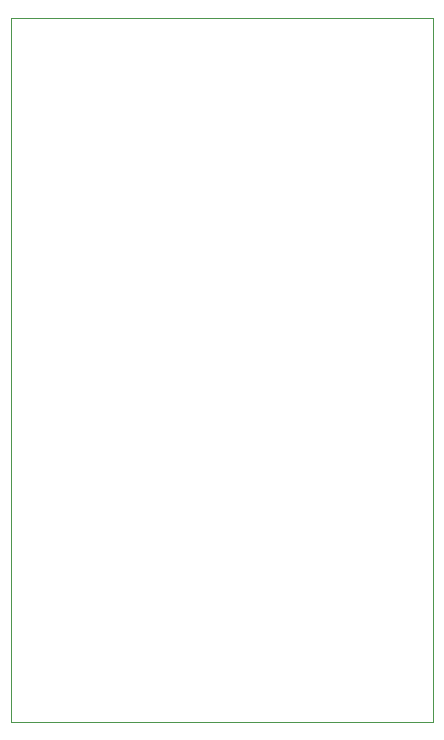
<source format=gm1>
G04 #@! TF.GenerationSoftware,KiCad,Pcbnew,7.0.5*
G04 #@! TF.CreationDate,2023-07-10T18:36:48-07:00*
G04 #@! TF.ProjectId,Breakout,42726561-6b6f-4757-942e-6b696361645f,rev?*
G04 #@! TF.SameCoordinates,Original*
G04 #@! TF.FileFunction,Profile,NP*
%FSLAX46Y46*%
G04 Gerber Fmt 4.6, Leading zero omitted, Abs format (unit mm)*
G04 Created by KiCad (PCBNEW 7.0.5) date 2023-07-10 18:36:48*
%MOMM*%
%LPD*%
G01*
G04 APERTURE LIST*
G04 #@! TA.AperFunction,Profile*
%ADD10C,0.100000*%
G04 #@! TD*
G04 APERTURE END LIST*
D10*
X104850000Y-68876000D02*
X140600000Y-68876000D01*
X140600000Y-128440000D01*
X104850000Y-128440000D01*
X104850000Y-68876000D01*
M02*

</source>
